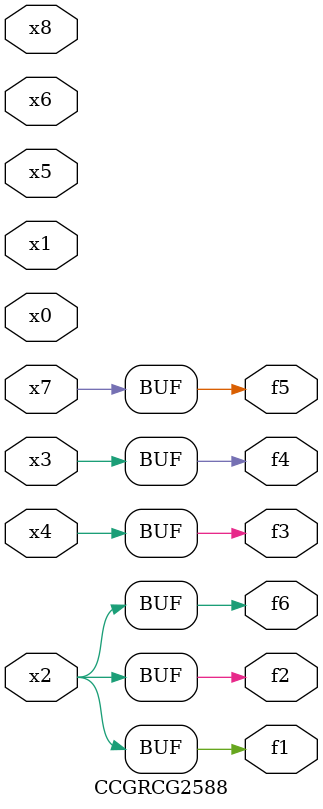
<source format=v>
module CCGRCG2588(
	input x0, x1, x2, x3, x4, x5, x6, x7, x8,
	output f1, f2, f3, f4, f5, f6
);
	assign f1 = x2;
	assign f2 = x2;
	assign f3 = x4;
	assign f4 = x3;
	assign f5 = x7;
	assign f6 = x2;
endmodule

</source>
